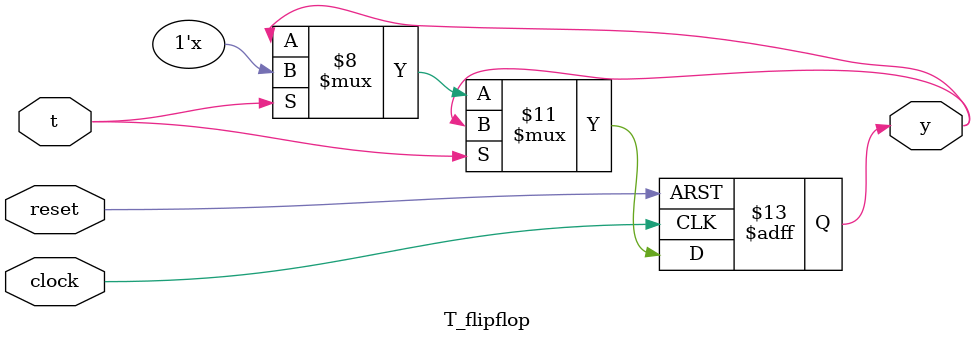
<source format=v>
module T_flipflop(reset,y,t,clock);

input reset;
input t;
input clock;

output reg y;

 always@(posedge clock, posedge reset)
  begin
     if(reset)
      y=0;
     else 
	 begin
	  if(t==1)
	  y=-y;
	  else if(t==0)
	  y=y;
      end
end	  

endmodule

</source>
